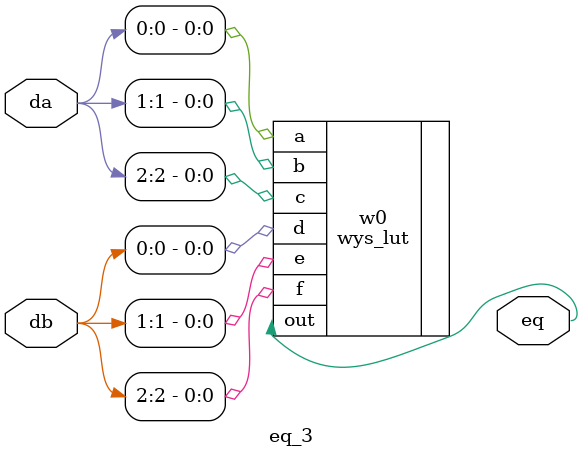
<source format=v>
`timescale 1 ps / 1 ps

// baeckler - 04-02-2012
module eq_3 #(
 	parameter TARGET_CHIP = 1   // 0 generic, 1 S4, 2 S5
)(
	input [2:0] da,
	input [2:0] db,
	output eq
);

wire w0_o;
wys_lut w0 (
	.a(da[0]),
	.b(da[1]),
	.c(da[2]),
	.d(db[0]),
	.e(db[1]),
	.f(db[2]),
	.out (eq)
);
defparam w0 .TARGET_CHIP = TARGET_CHIP;
defparam w0 .MASK = 64'h8040201008040201; // {a,b,c} == {d,e,f}
	
endmodule

// BENCHMARK INFO :  5SGXEA7N2F45C2ES
// BENCHMARK INFO :  Max depth :  1.0 LUTs
// BENCHMARK INFO :  Combinational ALUTs : 1
// BENCHMARK INFO :  Memory ALUTs : 0
// BENCHMARK INFO :  Dedicated logic registers : 0
// BENCHMARK INFO :  Total block memory bits : 0

</source>
